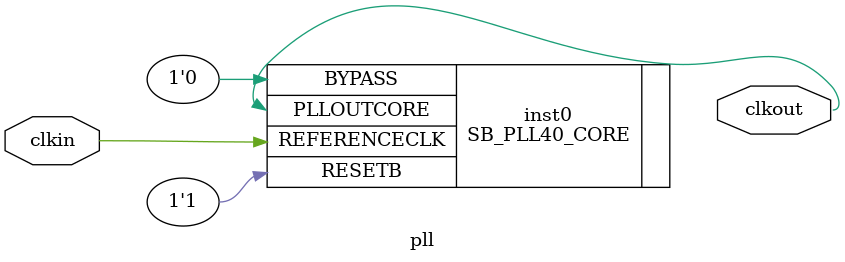
<source format=v>
module pll(input clkin, output clkout);

SB_PLL40_CORE #(.FEEDBACK_PATH("SIMPLE"),
                .PLLOUT_SELECT("GENCLK"),
		.DIVR(4'b0000),
		.DIVF(7'b0111111),
		.DIVQ(3'b011),
		.FILTER_RANGE(3'b001))
		inst0 
		(.REFERENCECLK(clkin),
		 .RESETB(1'b1),
		 .BYPASS(1'b0),
		 .PLLOUTCORE(clkout));
endmodule

</source>
